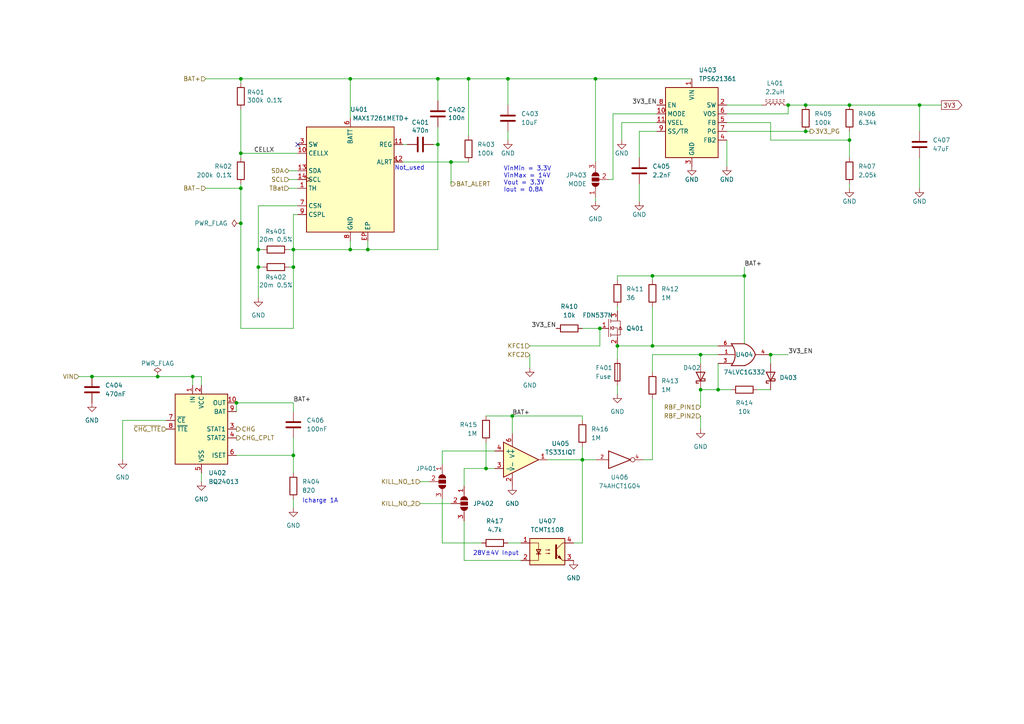
<source format=kicad_sch>
(kicad_sch (version 20211123) (generator eeschema)
  (paper "A4")
  (lib_symbols
    (symbol "74xGxx:74AHCT1G04" (pin_names (offset 1.016))
      (property "Reference" "U" (at -2.54 3.81 0))
      (property "Value" "74AHCT1G04" (at 0 -3.81 0))
      (symbol "74AHCT1G04_0_1"
        (polyline (pts (xy -3.81 2.54) (xy -3.81 -2.54) (xy 2.54 0) (xy -3.81 2.54)) (stroke (width 0.254)))
      )
      (symbol "74AHCT1G04_1_1"
        (pin input line (at -7.62 0 0) (length 3.81) (name "~") (number "2"))
        (pin power_in line (at 0 -2.54 270) (length 0) hide (name "GND") (number "3"))
        (pin output inverted (at 6.35 0 180) (length 3.81) (name "~") (number "4"))
        (pin power_in line (at 0 2.54 90) (length 0) hide (name "VCC") (number "5"))
      )
    )
    (symbol "74xGxx:74LVC1G332" (pin_names (offset 1.016))
      (property "Reference" "U" (at -2.54 5.08 0))
      (property "Value" "74LVC1G332" (at 0 -5.08 0))
      (symbol "74LVC1G332_0_1"
        (arc (start -3.81 -3.175) (mid -2.6605 0) (end -3.81 3.175) (stroke (width 0.254)))
        (arc (start 0 -3.175) (mid 1.9989 -1.9989) (end 3.175 0) (stroke (width 0.254)))
        (polyline (pts (xy 0 -3.175) (xy -3.81 -3.175)) (stroke (width 0.254)))
        (polyline (pts (xy 0 3.175) (xy -3.81 3.175)) (stroke (width 0.254)))
        (arc (start 3.175 0) (mid 1.9989 1.9989) (end 0 3.175) (stroke (width 0.254)))
      )
      (symbol "74LVC1G332_1_1"
        (pin input line (at -7.62 0 0) (length 4.826) (name "~") (number "1"))
        (pin power_in line (at 0 -3.175 270) (length 0) hide (name "GND") (number "2"))
        (pin input line (at -7.62 -2.54 0) (length 4.191) (name "~") (number "3"))
        (pin output line (at 7.62 0 180) (length 4.445) (name "~") (number "4"))
        (pin power_in line (at 0 3.175 90) (length 0) hide (name "VCC") (number "5"))
        (pin input line (at -7.62 2.54 0) (length 4.191) (name "~") (number "6"))
      )
    )
    (symbol "Battery_Management:BQ24013"
      (property "Reference" "U" (at -7.62 12.7 0))
      (property "Value" "BQ24013" (at 7.62 12.7 0))
      (symbol "BQ24013_0_1"
        (rectangle (start -7.62 10.16) (end 7.62 -10.16) (stroke (width 0.254)) (fill (type background)))
      )
      (symbol "BQ24013_1_1"
        (pin power_in line (at -2.54 12.7 270) (length 2.54) (name "IN") (number "1"))
        (pin power_out line (at 10.16 7.62 180) (length 2.54) (name "OUT") (number "10"))
        (pin passive line (at 0 -12.7 90) (length 2.54) hide (name "VSS") (number "11"))
        (pin power_in line (at 0 12.7 270) (length 2.54) (name "VCC") (number "2"))
        (pin open_collector line (at 10.16 0 180) (length 2.54) (name "STAT1") (number "3"))
        (pin open_collector line (at 10.16 -2.54 180) (length 2.54) (name "STAT2") (number "4"))
        (pin power_in line (at 0 -12.7 90) (length 2.54) (name "VSS") (number "5"))
        (pin output line (at 10.16 -7.62 180) (length 2.54) (name "ISET") (number "6"))
        (pin input line (at -10.16 2.54 0) (length 2.54) (name "~{CE}") (number "7"))
        (pin input line (at -10.16 0 0) (length 2.54) (name "~{TTE}") (number "8"))
        (pin input line (at 10.16 5.08 180) (length 2.54) (name "BAT") (number "9"))
      )
    )
    (symbol "Device:C" (pin_numbers hide) (pin_names (offset 0.254))
      (property "Reference" "C" (at 0.635 2.54 0))
      (property "Value" "C" (at 0.635 -2.54 0))
      (symbol "C_0_1"
        (polyline (pts (xy -2.032 -0.762) (xy 2.032 -0.762)) (stroke (width 0.508)))
        (polyline (pts (xy -2.032 0.762) (xy 2.032 0.762)) (stroke (width 0.508)))
      )
      (symbol "C_1_1"
        (pin passive line (at 0 3.81 270) (length 2.794) (name "~") (number "1"))
        (pin passive line (at 0 -3.81 90) (length 2.794) (name "~") (number "2"))
      )
    )
    (symbol "Device:Fuse" (pin_numbers hide) (pin_names (offset 0))
      (property "Reference" "F" (at 2.032 0 90))
      (property "Value" "Fuse" (at -1.905 0 90))
      (symbol "Fuse_0_1"
        (rectangle (start -0.762 -2.54) (end 0.762 2.54) (stroke (width 0.254)))
        (polyline (pts (xy 0 2.54) (xy 0 -2.54)))
      )
      (symbol "Fuse_1_1"
        (pin passive line (at 0 3.81 270) (length 1.27) (name "~") (number "1"))
        (pin passive line (at 0 -3.81 90) (length 1.27) (name "~") (number "2"))
      )
    )
    (symbol "Device:L_Ferrite" (pin_numbers hide) (pin_names (offset 1.016) hide)
      (property "Reference" "L" (at -1.27 0 90))
      (property "Value" "L_Ferrite" (at 2.794 0 90))
      (symbol "L_Ferrite_0_1"
        (arc (start 0 -2.54) (mid 0.635 -1.905) (end 0 -1.27))
        (arc (start 0 -1.27) (mid 0.635 -0.635) (end 0 0))
        (polyline (pts (xy 1.016 -2.794) (xy 1.016 -2.286)))
        (polyline (pts (xy 1.016 -1.778) (xy 1.016 -1.27)))
        (polyline (pts (xy 1.016 -0.762) (xy 1.016 -0.254)))
        (polyline (pts (xy 1.016 0.254) (xy 1.016 0.762)))
        (polyline (pts (xy 1.016 1.27) (xy 1.016 1.778)))
        (polyline (pts (xy 1.016 2.286) (xy 1.016 2.794)))
        (polyline (pts (xy 1.524 -2.286) (xy 1.524 -2.794)))
        (polyline (pts (xy 1.524 -1.27) (xy 1.524 -1.778)))
        (polyline (pts (xy 1.524 -0.254) (xy 1.524 -0.762)))
        (polyline (pts (xy 1.524 0.762) (xy 1.524 0.254)))
        (polyline (pts (xy 1.524 1.778) (xy 1.524 1.27)))
        (polyline (pts (xy 1.524 2.794) (xy 1.524 2.286)))
        (arc (start 0 0) (mid 0.635 0.635) (end 0 1.27))
        (arc (start 0 1.27) (mid 0.635 1.905) (end 0 2.54))
      )
      (symbol "L_Ferrite_1_1"
        (pin passive line (at 0 3.81 270) (length 1.27) (name "1") (number "1"))
        (pin passive line (at 0 -3.81 90) (length 1.27) (name "2") (number "2"))
      )
    )
    (symbol "Device:R" (pin_numbers hide) (pin_names (offset 0))
      (property "Reference" "R" (at 2.032 0 90))
      (property "Value" "R" (at 0 0 90))
      (symbol "R_0_1"
        (rectangle (start -1.016 -2.54) (end 1.016 2.54) (stroke (width 0.254)))
      )
      (symbol "R_1_1"
        (pin passive line (at 0 3.81 270) (length 1.27) (name "~") (number "1"))
        (pin passive line (at 0 -3.81 90) (length 1.27) (name "~") (number "2"))
      )
    )
    (symbol "Isolator:TCMT1108" (pin_names (offset 1.016))
      (property "Reference" "U" (at 0 5.08 0))
      (property "Value" "TCMT1108" (at 0 -5.08 0))
      (symbol "TCMT1108_1_1"
        (rectangle (start -5.08 3.81) (end 5.08 -3.81) (stroke (width 0.254)) (fill (type background)))
        (polyline (pts (xy -3.175 -0.635) (xy -1.905 -0.635)) (stroke (width 0.254)))
        (polyline (pts (xy 2.54 0.635) (xy 4.445 2.54)))
        (polyline (pts (xy 4.445 -2.54) (xy 2.54 -0.635)) (fill (type outline)))
        (polyline (pts (xy 4.445 -2.54) (xy 5.08 -2.54)))
        (polyline (pts (xy 4.445 2.54) (xy 5.08 2.54)))
        (polyline (pts (xy -2.54 -0.635) (xy -2.54 -2.54) (xy -5.08 -2.54)))
        (polyline (pts (xy 2.54 1.905) (xy 2.54 -1.905) (xy 2.54 -1.905)) (stroke (width 0.508)))
        (polyline (pts (xy -5.08 2.54) (xy -2.54 2.54) (xy -2.54 -1.27) (xy -2.54 0.635)))
        (polyline (pts (xy -2.54 -0.635) (xy -3.175 0.635) (xy -1.905 0.635) (xy -2.54 -0.635)) (stroke (width 0.254)))
        (polyline (pts (xy -0.508 -0.508) (xy 0.762 -0.508) (xy 0.381 -0.635) (xy 0.381 -0.381) (xy 0.762 -0.508)))
        (polyline (pts (xy -0.508 0.508) (xy 0.762 0.508) (xy 0.381 0.381) (xy 0.381 0.635) (xy 0.762 0.508)))
        (polyline (pts (xy 3.048 -1.651) (xy 3.556 -1.143) (xy 4.064 -2.159) (xy 3.048 -1.651) (xy 3.048 -1.651)) (fill (type outline)))
        (pin passive line (at -7.62 2.54 0) (length 2.54) (name "~") (number "1"))
        (pin passive line (at -7.62 -2.54 0) (length 2.54) (name "~") (number "2"))
        (pin passive line (at 7.62 -2.54 180) (length 2.54) (name "~") (number "3"))
        (pin passive line (at 7.62 2.54 180) (length 2.54) (name "~") (number "4"))
      )
    )
    (symbol "Jumper:SolderJumper_3_Open" (pin_names (offset 0) hide)
      (property "Reference" "JP" (at -2.54 -2.54 0))
      (property "Value" "SolderJumper_3_Open" (at 0 2.794 0))
      (symbol "SolderJumper_3_Open_0_1"
        (arc (start -1.016 1.016) (mid -2.032 0) (end -1.016 -1.016))
        (arc (start -1.016 1.016) (mid -2.032 0) (end -1.016 -1.016) (fill (type outline)))
        (rectangle (start -0.508 1.016) (end 0.508 -1.016) (fill (type outline)))
        (polyline (pts (xy -2.54 0) (xy -2.032 0)))
        (polyline (pts (xy -1.016 1.016) (xy -1.016 -1.016)))
        (polyline (pts (xy 0 -1.27) (xy 0 -1.016)))
        (polyline (pts (xy 1.016 1.016) (xy 1.016 -1.016)))
        (polyline (pts (xy 2.54 0) (xy 2.032 0)))
        (arc (start 1.016 -1.016) (mid 2.032 0) (end 1.016 1.016))
        (arc (start 1.016 -1.016) (mid 2.032 0) (end 1.016 1.016) (fill (type outline)))
      )
      (symbol "SolderJumper_3_Open_1_1"
        (pin passive line (at -5.08 0 0) (length 2.54) (name "A") (number "1"))
        (pin passive line (at 0 -3.81 90) (length 2.54) (name "C") (number "2"))
        (pin passive line (at 5.08 0 180) (length 2.54) (name "B") (number "3"))
      )
    )
    (symbol "lsf-kicad:CDBU40-HF" (pin_numbers hide) (pin_names hide)
      (property "Reference" "D" (at 0.3175 6.35 0))
      (property "Value" "CDBU40-HF" (at 0.3175 3.81 0))
      (symbol "CDBU40-HF_0_1"
        (polyline (pts (xy 1.27 0) (xy -1.27 0)))
        (polyline (pts (xy 1.27 1.27) (xy 1.27 -1.27) (xy -1.27 0) (xy 1.27 1.27)) (stroke (width 0.254)))
        (polyline (pts (xy -1.905 0.635) (xy -1.905 1.27) (xy -1.27 1.27) (xy -1.27 -1.27) (xy -0.635 -1.27) (xy -0.635 -0.635)) (stroke (width 0.254)))
      )
      (symbol "CDBU40-HF_1_1"
        (pin passive line (at -3.81 0 0) (length 2.54) (name "K") (number "1"))
        (pin passive line (at 3.81 0 180) (length 2.54) (name "A") (number "2"))
      )
    )
    (symbol "lsf-kicad:FDN537N"
      (property "Reference" "Q" (at 3.81 3.81 0))
      (property "Value" "FDN537N" (at 5.08 1.27 0))
      (symbol "FDN537N_0_0"
        (polyline (pts (xy 0.0078 2.6609) (xy 0.0078 -2.4191)))
        (polyline (pts (xy 0.592 -1.4031) (xy 0.592 -2.4191)))
        (polyline (pts (xy 0.592 0.6289) (xy 0.592 -0.3871)))
        (polyline (pts (xy 0.592 2.6609) (xy 0.592 1.6449)))
        (polyline (pts (xy 3.64 0.3749) (xy 3.132 0.3749)))
        (polyline (pts (xy 0.592 -1.9111) (xy 3.386 -1.9111) (xy 3.386 2.1529) (xy 0.592 2.1529)))
        (polyline (pts (xy 0.592 0.1209) (xy 1.3794 -0.3871) (xy 1.3794 0.6289) (xy 0.592 0.1209)) (stroke (width 0.1524)))
        (polyline (pts (xy 3.386 0.4511) (xy 2.878 -0.3363) (xy 3.894 -0.3363) (xy 3.386 0.4511)) (stroke (width 0.1524)))
      )
      (symbol "FDN537N_0_1"
        (polyline (pts (xy 2.54 2.54) (xy 2.54 2.1844)))
        (polyline (pts (xy 2.54 -2.54) (xy 2.54 0.1524) (xy 1.4224 0.1524)))
      )
      (symbol "FDN537N_1_1"
        (pin input line (at -2.54 0 0) (length 2.54) (name "") (number "1"))
        (pin passive line (at 2.54 -5.08 90) (length 2.54) (name "") (number "2"))
        (pin passive line (at 2.54 5.08 270) (length 2.54) (name "") (number "3"))
      )
    )
    (symbol "lsf-kicad:MAX17261METD+"
      (property "Reference" "U" (at 0 5.08 0))
      (property "Value" "MAX17261METD+" (at 0 1.27 0))
      (symbol "MAX17261METD+_0_1"
        (rectangle (start -12.7 15.24) (end 12.7 -15.24) (stroke (width 0.254)) (fill (type background)))
      )
      (symbol "MAX17261METD+_1_1"
        (pin input line (at -15.24 -2.54 0) (length 2.54) (name "TH") (number "1"))
        (pin passive line (at -15.24 7.62 0) (length 2.54) (name "CELLX") (number "10"))
        (pin power_out line (at 15.24 10.16 180) (length 2.54) (name "REG") (number "11"))
        (pin open_collector output_low (at 15.24 5.08 180) (length 2.54) (name "ALRT") (number "12"))
        (pin bidirectional line (at -15.24 2.54 0) (length 2.54) (name "SDA") (number "13"))
        (pin input clock (at -15.24 0 0) (length 2.54) (name "SCL") (number "14"))
        (pin no_connect line (at -10.16 -17.78 90) (length 2.54) hide (name "NC") (number "2"))
        (pin output line (at -15.24 10.16 0) (length 2.54) (name "SW") (number "3"))
        (pin no_connect line (at -7.62 -17.78 90) (length 2.54) hide (name "NC") (number "4"))
        (pin no_connect line (at -5.08 -17.78 90) (length 2.54) hide (name "NC") (number "5"))
        (pin power_in line (at 0 17.78 270) (length 2.54) (name "BATT") (number "6"))
        (pin passive line (at -15.24 -7.62 0) (length 2.54) (name "CSN") (number "7"))
        (pin power_in line (at 0 -17.78 90) (length 2.54) (name "GND") (number "8"))
        (pin passive line (at -15.24 -10.16 0) (length 2.54) (name "CSPL") (number "9"))
        (pin power_in line (at 5.08 -17.78 90) (length 2.54) (name "EP") (number "EP"))
      )
    )
    (symbol "lsf-kicad:TPS62136x"
      (property "Reference" "U403" (at 2.0194 15.24 0))
      (property "Value" "TPS62136x" (at 2.0194 12.7 0))
      (symbol "TPS62136x_0_1"
        (rectangle (start -7.62 10.16) (end 7.62 -10.16) (stroke (width 0.254)) (fill (type background)))
      )
      (symbol "TPS62136x_1_1"
        (pin power_in line (at 0 12.7 270) (length 2.54) (name "VIN") (number "1"))
        (pin input line (at -10.16 2.54 0) (length 2.54) (name "MODE") (number "10"))
        (pin input line (at -10.16 0 0) (length 2.54) (name "VSEL") (number "11"))
        (pin passive line (at 10.16 5.08 180) (length 2.54) (name "SW") (number "2"))
        (pin power_in line (at 0 -12.7 90) (length 2.54) (name "GND") (number "3"))
        (pin power_in line (at 10.16 -5.08 180) (length 2.54) (name "FB2") (number "4"))
        (pin input line (at 10.16 0 180) (length 2.54) (name "FB") (number "5"))
        (pin input line (at 10.16 2.54 180) (length 2.54) (name "VOS") (number "6"))
        (pin open_collector line (at 10.16 -2.54 180) (length 2.54) (name "PG") (number "7"))
        (pin input line (at -10.16 5.08 0) (length 2.54) (name "EN") (number "8"))
        (pin input line (at -10.16 -2.54 0) (length 2.54) (name "SS/TR") (number "9"))
      )
    )
    (symbol "lsf-kicad:TS331IQT"
      (property "Reference" "U?" (at 8.89 4.699 0))
      (property "Value" "TS331IQT" (at 8.89 2.159 0))
      (symbol "TS331IQT_0_0"
        (pin no_connect line (at 0 -5.08 90) (length 2.54) hide (name "NC") (number "5"))
      )
      (symbol "TS331IQT_0_1"
        (polyline (pts (xy -5.08 5.08) (xy 5.08 0) (xy -5.08 -5.08) (xy -5.08 5.08)) (stroke (width 0.254)) (fill (type background)))
      )
      (symbol "TS331IQT_1_1"
        (pin open_collector line (at 7.62 0 180) (length 2.54) (name "~") (number "1"))
        (pin power_in line (at -2.54 -7.62 90) (length 3.81) (name "V-") (number "2"))
        (pin input line (at -7.62 -2.54 0) (length 2.54) (name "-") (number "3"))
        (pin input line (at -7.62 2.54 0) (length 2.54) (name "+") (number "4"))
        (pin power_in line (at -2.54 7.62 270) (length 3.81) (name "V+") (number "6"))
      )
    )
    (symbol "power:GND" (power) (pin_names (offset 0))
      (property "Value" "GND" (at 0 -3.81 0))
      (symbol "GND_0_1"
        (polyline (pts (xy 0 0) (xy 0 -1.27) (xy 1.27 -1.27) (xy 0 -2.54) (xy -1.27 -1.27) (xy 0 -1.27)))
      )
      (symbol "GND_1_1"
        (pin power_in line (at 0 0 270) (length 0) hide (name "GND") (number "1"))
      )
    )
    (symbol "power:PWR_FLAG" (power) (pin_numbers hide) (pin_names (offset 0) hide)
      (property "Value" "PWR_FLAG" (at 0 3.81 0))
      (symbol "PWR_FLAG_0_0"
        (pin power_out line (at 0 0 90) (length 0) (name "pwr") (number "1"))
      )
      (symbol "PWR_FLAG_0_1"
        (polyline (pts (xy 0 0) (xy 0 1.27) (xy -1.016 1.905) (xy 0 2.54) (xy 1.016 1.905) (xy 0 1.27)))
      )
    )
  )
  (junction (at 68.58 116.84))
  (junction (at 140.97 135.89))
  (junction (at 101.6 22.86))
  (junction (at 55.88 109.22))
  (junction (at 74.93 72.39))
  (junction (at 189.23 80.01))
  (junction (at 189.23 100.33))
  (junction (at 203.2 113.03))
  (junction (at 135.89 22.86))
  (junction (at 69.85 22.86))
  (junction (at 233.68 38.1))
  (junction (at 148.59 120.65))
  (junction (at 246.38 30.48))
  (junction (at 45.72 109.22))
  (junction (at 85.09 77.47))
  (junction (at 85.09 132.08))
  (junction (at 203.2 102.87))
  (junction (at 233.68 30.48))
  (junction (at 69.85 44.45))
  (junction (at 147.32 22.86))
  (junction (at 246.38 40.64))
  (junction (at 26.67 109.22))
  (junction (at 69.85 54.61))
  (junction (at 85.09 72.39))
  (junction (at 173.99 95.25))
  (junction (at 223.52 102.87))
  (junction (at 266.7 30.48))
  (junction (at 208.28 113.03))
  (junction (at 130.81 46.99))
  (junction (at 74.93 77.47))
  (junction (at 168.91 133.35))
  (junction (at 127 22.86))
  (junction (at 215.9 80.01))
  (junction (at 101.6 72.39))
  (junction (at 179.07 100.33))
  (junction (at 106.68 72.39))
  (junction (at 172.72 22.86))
  (junction (at 228.6 30.48))
  (junction (at 69.85 64.77))
  (junction (at 127 41.91))
  (no_connect (at 86.36 41.91))
  (wire (pts (xy 168.91 133.35) (xy 172.72 133.35)))
  (wire (pts (xy 203.2 102.87) (xy 208.28 102.87)))
  (wire (pts (xy 223.52 40.64) (xy 246.38 40.64)))
  (wire (pts (xy 140.97 120.65) (xy 148.59 120.65)))
  (wire (pts (xy 85.09 127) (xy 85.09 132.08)))
  (wire (pts (xy 186.69 133.35) (xy 189.23 133.35)))
  (wire (pts (xy 101.6 34.29) (xy 101.6 22.86)))
  (wire (pts (xy 189.23 80.01) (xy 189.23 81.28)))
  (wire (pts (xy 45.72 109.22) (xy 55.88 109.22)))
  (wire (pts (xy 128.27 130.81) (xy 128.27 134.62)))
  (wire (pts (xy 101.6 69.85) (xy 101.6 72.39)))
  (wire (pts (xy 85.09 137.16) (xy 85.09 132.08)))
  (wire (pts (xy 127 41.91) (xy 127 72.39)))
  (wire (pts (xy 246.38 30.48) (xy 233.68 30.48)))
  (wire (pts (xy 69.85 44.45) (xy 69.85 45.72)))
  (wire (pts (xy 85.09 116.84) (xy 85.09 119.38)))
  (wire (pts (xy 233.68 38.1) (xy 210.82 38.1)))
  (wire (pts (xy 179.07 100.33) (xy 179.07 104.14)))
  (wire (pts (xy 69.85 64.77) (xy 69.85 95.25)))
  (wire (pts (xy 228.6 33.02) (xy 228.6 30.48)))
  (wire (pts (xy 86.36 59.69) (xy 74.93 59.69)))
  (wire (pts (xy 69.85 54.61) (xy 69.85 53.34)))
  (wire (pts (xy 203.2 120.65) (xy 203.2 124.46)))
  (wire (pts (xy 215.9 77.47) (xy 215.9 80.01)))
  (wire (pts (xy 127 41.91) (xy 125.73 41.91)))
  (wire (pts (xy 134.62 135.89) (xy 140.97 135.89)))
  (wire (pts (xy 106.68 72.39) (xy 127 72.39)))
  (wire (pts (xy 168.91 95.25) (xy 173.99 95.25)))
  (wire (pts (xy 189.23 88.9) (xy 189.23 100.33)))
  (wire (pts (xy 173.99 100.33) (xy 173.99 95.25)))
  (wire (pts (xy 234.95 38.1) (xy 233.68 38.1)))
  (wire (pts (xy 85.09 132.08) (xy 68.58 132.08)))
  (wire (pts (xy 59.69 22.86) (xy 69.85 22.86)))
  (wire (pts (xy 179.07 100.33) (xy 189.23 100.33)))
  (wire (pts (xy 210.82 30.48) (xy 220.98 30.48)))
  (wire (pts (xy 134.62 135.89) (xy 134.62 140.97)))
  (wire (pts (xy 246.38 54.61) (xy 246.38 53.34)))
  (wire (pts (xy 177.8 52.07) (xy 176.53 52.07)))
  (wire (pts (xy 147.32 157.48) (xy 151.13 157.48)))
  (wire (pts (xy 121.92 139.7) (xy 124.46 139.7)))
  (wire (pts (xy 58.42 109.22) (xy 58.42 111.76)))
  (wire (pts (xy 83.82 52.07) (xy 86.36 52.07)))
  (wire (pts (xy 55.88 109.22) (xy 58.42 109.22)))
  (wire (pts (xy 215.9 80.01) (xy 215.9 99.695)))
  (wire (pts (xy 86.36 62.23) (xy 85.09 62.23)))
  (wire (pts (xy 101.6 22.86) (xy 127 22.86)))
  (wire (pts (xy 116.84 41.91) (xy 118.11 41.91)))
  (wire (pts (xy 74.93 77.47) (xy 74.93 86.36)))
  (wire (pts (xy 246.38 40.64) (xy 246.38 38.1)))
  (wire (pts (xy 55.88 109.22) (xy 55.88 111.76)))
  (wire (pts (xy 135.89 22.86) (xy 135.89 39.37)))
  (wire (pts (xy 69.85 54.61) (xy 69.85 64.77)))
  (wire (pts (xy 76.2 77.47) (xy 74.93 77.47)))
  (wire (pts (xy 128.27 130.81) (xy 143.51 130.81)))
  (wire (pts (xy 208.28 113.03) (xy 208.28 105.41)))
  (wire (pts (xy 69.85 22.86) (xy 69.85 24.13)))
  (wire (pts (xy 168.91 129.54) (xy 168.91 133.35)))
  (wire (pts (xy 127 22.86) (xy 135.89 22.86)))
  (wire (pts (xy 86.36 54.61) (xy 83.82 54.61)))
  (wire (pts (xy 130.81 46.99) (xy 130.81 53.34)))
  (wire (pts (xy 189.23 133.35) (xy 189.23 115.57)))
  (wire (pts (xy 69.85 95.25) (xy 85.09 95.25)))
  (wire (pts (xy 189.23 80.01) (xy 215.9 80.01)))
  (wire (pts (xy 106.68 72.39) (xy 101.6 72.39)))
  (wire (pts (xy 147.32 30.48) (xy 147.32 22.86)))
  (wire (pts (xy 69.85 31.75) (xy 69.85 44.45)))
  (wire (pts (xy 177.8 33.02) (xy 177.8 52.07)))
  (wire (pts (xy 203.2 113.03) (xy 203.2 118.11)))
  (wire (pts (xy 35.56 121.92) (xy 35.56 133.35)))
  (wire (pts (xy 116.84 46.99) (xy 130.81 46.99)))
  (wire (pts (xy 128.27 157.48) (xy 139.7 157.48)))
  (wire (pts (xy 153.67 100.33) (xy 173.99 100.33)))
  (wire (pts (xy 166.37 157.48) (xy 168.91 157.48)))
  (wire (pts (xy 185.42 53.34) (xy 185.42 58.42)))
  (wire (pts (xy 210.82 40.64) (xy 210.82 48.26)))
  (wire (pts (xy 130.81 46.99) (xy 135.89 46.99)))
  (wire (pts (xy 147.32 22.86) (xy 172.72 22.86)))
  (wire (pts (xy 210.82 33.02) (xy 228.6 33.02)))
  (wire (pts (xy 134.62 162.56) (xy 151.13 162.56)))
  (wire (pts (xy 189.23 107.95) (xy 189.23 102.87)))
  (wire (pts (xy 223.52 35.56) (xy 223.52 40.64)))
  (wire (pts (xy 35.56 121.92) (xy 48.26 121.92)))
  (wire (pts (xy 179.07 111.76) (xy 179.07 114.3)))
  (wire (pts (xy 172.72 22.86) (xy 200.66 22.86)))
  (wire (pts (xy 168.91 121.92) (xy 168.91 120.65)))
  (wire (pts (xy 83.82 49.53) (xy 86.36 49.53)))
  (wire (pts (xy 26.67 109.22) (xy 45.72 109.22)))
  (wire (pts (xy 134.62 151.13) (xy 134.62 162.56)))
  (wire (pts (xy 106.68 69.85) (xy 106.68 72.39)))
  (wire (pts (xy 179.07 88.9) (xy 179.07 90.17)))
  (wire (pts (xy 74.93 77.47) (xy 74.93 72.39)))
  (wire (pts (xy 59.69 54.61) (xy 69.85 54.61)))
  (wire (pts (xy 22.86 109.22) (xy 26.67 109.22)))
  (wire (pts (xy 203.2 113.03) (xy 208.28 113.03)))
  (wire (pts (xy 68.58 116.84) (xy 68.58 119.38)))
  (wire (pts (xy 210.82 35.56) (xy 223.52 35.56)))
  (wire (pts (xy 223.52 105.41) (xy 223.52 102.87)))
  (wire (pts (xy 246.38 30.48) (xy 266.7 30.48)))
  (wire (pts (xy 180.34 35.56) (xy 190.5 35.56)))
  (wire (pts (xy 127 41.91) (xy 127 36.83)))
  (wire (pts (xy 135.89 22.86) (xy 147.32 22.86)))
  (wire (pts (xy 189.23 102.87) (xy 203.2 102.87)))
  (wire (pts (xy 190.5 38.1) (xy 185.42 38.1)))
  (wire (pts (xy 172.72 57.15) (xy 172.72 58.42)))
  (wire (pts (xy 74.93 72.39) (xy 76.2 72.39)))
  (wire (pts (xy 179.07 80.01) (xy 189.23 80.01)))
  (wire (pts (xy 68.58 116.84) (xy 85.09 116.84)))
  (wire (pts (xy 168.91 157.48) (xy 168.91 133.35)))
  (wire (pts (xy 233.68 30.48) (xy 228.6 30.48)))
  (wire (pts (xy 189.23 100.33) (xy 208.28 100.33)))
  (wire (pts (xy 85.09 72.39) (xy 101.6 72.39)))
  (wire (pts (xy 85.09 62.23) (xy 85.09 72.39)))
  (wire (pts (xy 153.67 102.87) (xy 153.67 106.68)))
  (wire (pts (xy 266.7 30.48) (xy 273.05 30.48)))
  (wire (pts (xy 140.97 128.27) (xy 140.97 135.89)))
  (wire (pts (xy 85.09 95.25) (xy 85.09 77.47)))
  (wire (pts (xy 69.85 44.45) (xy 86.36 44.45)))
  (wire (pts (xy 147.32 40.64) (xy 147.32 38.1)))
  (wire (pts (xy 246.38 40.64) (xy 246.38 45.72)))
  (wire (pts (xy 266.7 54.61) (xy 266.7 45.72)))
  (wire (pts (xy 179.07 80.01) (xy 179.07 81.28)))
  (wire (pts (xy 223.52 102.87) (xy 228.6 102.87)))
  (wire (pts (xy 219.71 113.03) (xy 223.52 113.03)))
  (wire (pts (xy 121.92 146.05) (xy 130.81 146.05)))
  (wire (pts (xy 180.34 35.56) (xy 180.34 40.64)))
  (wire (pts (xy 168.91 120.65) (xy 148.59 120.65)))
  (wire (pts (xy 85.09 147.32) (xy 85.09 144.78)))
  (wire (pts (xy 58.42 137.16) (xy 58.42 139.7)))
  (wire (pts (xy 74.93 59.69) (xy 74.93 72.39)))
  (wire (pts (xy 190.5 33.02) (xy 177.8 33.02)))
  (wire (pts (xy 208.28 113.03) (xy 212.09 113.03)))
  (wire (pts (xy 127 29.21) (xy 127 22.86)))
  (wire (pts (xy 203.2 102.87) (xy 203.2 105.41)))
  (wire (pts (xy 101.6 22.86) (xy 69.85 22.86)))
  (wire (pts (xy 128.27 144.78) (xy 128.27 157.48)))
  (wire (pts (xy 85.09 72.39) (xy 85.09 77.47)))
  (wire (pts (xy 85.09 77.47) (xy 83.82 77.47)))
  (wire (pts (xy 185.42 38.1) (xy 185.42 45.72)))
  (wire (pts (xy 148.59 120.65) (xy 148.59 125.73)))
  (wire (pts (xy 172.72 22.86) (xy 172.72 46.99)))
  (wire (pts (xy 83.82 72.39) (xy 85.09 72.39)))
  (wire (pts (xy 140.97 135.89) (xy 143.51 135.89)))
  (wire (pts (xy 158.75 133.35) (xy 168.91 133.35)))
  (wire (pts (xy 266.7 30.48) (xy 266.7 38.1)))
  (text "28V±4V Input" (at 137.16 161.29 0) (effects (font (size 1.27 1.27)) (justify left bottom)))
  (text "Not_used" (at 123.19 49.53 180) (effects (font (size 1.27 1.27)) (justify right bottom)))
  (text "Icharge 1A" (at 87.63 146.05 0) (effects (font (size 1.27 1.27)) (justify left bottom)))
  (text "VinMin = 3.3V\nVinMax = 14V\nVout = 3.3V\nIout = 0.8A" (at 146.05 55.88 0) (effects (font (size 1.27 1.27)) (justify left bottom)))
  (label "BAT+" (at 215.9 77.47 0))
  (label "3V3_EN" (at 190.5 30.48 180))
  (label "3V3_EN" (at 161.29 95.25 180))
  (label "BAT+" (at 85.09 116.84 0))
  (label "BAT+" (at 148.59 120.65 0))
  (label "3V3_EN" (at 228.6 102.87 0))
  (label "CELLX" (at 73.66 44.45 0))
  (global_label "3V3" (shape output) (at 273.05 30.48 0) (property "Intersheet References" "${INTERSHEET_REFS}" (effects hide)))
  (hierarchical_label "KFC2" (shape input) (at 153.67 102.87 180))
  (hierarchical_label "RBF_PIN2" (shape input) (at 203.2 120.65 180))
  (hierarchical_label "KILL_NO_2" (shape input) (at 121.92 146.05 180))
  (hierarchical_label "BAT+" (shape input) (at 59.69 22.86 180))
  (hierarchical_label "RBF_PIN1" (shape input) (at 203.2 118.11 180))
  (hierarchical_label "~{CHG_TTE}" (shape input) (at 48.26 124.46 180))
  (hierarchical_label "SDA" (shape bidirectional) (at 83.82 49.53 180))
  (hierarchical_label "3V3_PG" (shape output) (at 234.95 38.1 0))
  (hierarchical_label "TBat" (shape input) (at 83.82 54.61 180))
  (hierarchical_label "VIN" (shape input) (at 22.86 109.22 180))
  (hierarchical_label "CHG" (shape output) (at 68.58 124.46 0))
  (hierarchical_label "KFC1" (shape input) (at 153.67 100.33 180))
  (hierarchical_label "CHG_CPLT" (shape output) (at 68.58 127 0))
  (hierarchical_label "SCL" (shape input) (at 83.82 52.07 180))
  (hierarchical_label "BAT-" (shape input) (at 59.69 54.61 180))
  (hierarchical_label "BAT_ALERT" (shape output) (at 130.81 53.34 0))
  (hierarchical_label "KILL_NO_1" (shape input) (at 121.92 139.7 180))
  (symbol (lib_id "Isolator:TCMT1108") (at 158.75 160.02 0) (unit 1)
    (property "Reference" "U407" (at 158.75 151.13 0))
    (property "Value" "TCMT1108" (at 158.75 153.67 0))
    (property "Footprint" "Package_SO:SOP-4_4.4x2.6mm_P1.27mm" (effects hide))
    (property "Datasheet" "http://www.vishay.com/docs/83510/tcmt1100.pdf" (effects hide))
    (property "Part Number" "TCMT1108" (effects hide))
  )
  (symbol (lib_id "lsf-kicad:TPS62136x") (at 200.66 35.56 0) (unit 1)
    (property "Reference" "U403" (at 202.6794 20.32 0) (effects (justify left)))
    (property "Value" "TPS621361" (at 202.6794 22.86 0) (effects (justify left)))
    (property "Footprint" "lsf-kicad-lib:Texas_RGX0011A" (effects hide))
    (property "Datasheet" "https://www.ti.com/lit/ds/symlink/tps62136.pdf" (effects hide))
    (property "Part Number" "TPS621361RGXR" (effects hide))
  )
  (symbol (lib_id "Device:R") (at 168.91 125.73 0) (unit 1)
    (property "Reference" "R416" (at 171.45 124.4599 0) (effects (justify left)))
    (property "Value" "1M" (at 171.45 126.9999 0) (effects (justify left)))
    (property "Footprint" "Resistor_SMD:R_0402_1005Metric" (effects hide))
    (property "Part Number" "ASC0402-1M0FT10" (effects hide))
  )
  (symbol (lib_id "power:GND") (at 179.07 114.3 0) (unit 1)
    (property "Reference" "#PWR0117" (effects hide))
    (property "Value" "GND" (at 179.07 119.38 0))
  )
  (symbol (lib_id "Device:C") (at 185.42 49.53 0) (unit 1)
    (property "Reference" "C405" (at 189.23 48.2599 0) (effects (justify left)))
    (property "Value" "2.2nF" (at 189.23 50.7999 0) (effects (justify left)))
    (property "Footprint" "Capacitor_SMD:C_0402_1005Metric" (effects hide))
    (property "Part Number" "GRM155R71E222KA01D" (effects hide))
  )
  (symbol (lib_id "Device:R") (at 85.09 140.97 0) (unit 1)
    (property "Reference" "R404" (at 87.63 139.6999 0) (effects (justify left)))
    (property "Value" "820" (at 87.63 142.2399 0) (effects (justify left)))
    (property "Footprint" "Resistor_SMD:R_0402_1005Metric" (effects hide))
    (property "Part Number" "CR0402-JW-821GLF" (effects hide))
  )
  (symbol (lib_id "Device:C") (at 26.67 113.03 0) (unit 1)
    (property "Reference" "C404" (at 30.48 111.7599 0) (effects (justify left)))
    (property "Value" "470nF" (at 30.48 114.2999 0) (effects (justify left)))
    (property "Footprint" "Capacitor_SMD:C_0402_1005Metric" (effects hide))
    (property "Part Number" "C0402C474K8RACTU" (effects hide))
  )
  (symbol (lib_id "Device:R") (at 189.23 85.09 0) (unit 1)
    (property "Reference" "R412" (at 191.77 83.8199 0) (effects (justify left)))
    (property "Value" "1M" (at 191.77 86.3599 0) (effects (justify left)))
    (property "Footprint" "Resistor_SMD:R_0402_1005Metric" (effects hide))
    (property "Part Number" "ASC0402-1M0FT10" (effects hide))
  )
  (symbol (lib_id "power:GND") (at 180.34 40.64 0) (unit 1)
    (property "Reference" "#PWR0404" (effects hide))
    (property "Value" "GND" (at 180.34 44.45 0))
  )
  (symbol (lib_id "Device:R") (at 80.01 72.39 270) (unit 1)
    (property "Reference" "Rs401" (at 80.01 67.1322 90))
    (property "Value" "20m 0.5%" (at 80.01 69.4436 90))
    (property "Footprint" "Resistor_SMD:R_0402_1005Metric" (effects hide))
    (property "Part Number" "PE0402FRF070R02L" (effects hide))
  )
  (symbol (lib_id "power:GND") (at 148.59 140.97 0) (unit 1)
    (property "Reference" "#PWR0304" (effects hide))
    (property "Value" "GND" (at 148.59 146.05 0))
  )
  (symbol (lib_id "Device:R") (at 140.97 124.46 0) (unit 1)
    (property "Reference" "R415" (at 138.43 123.1899 0) (effects (justify right)))
    (property "Value" "1M" (at 138.43 125.7299 0) (effects (justify right)))
    (property "Footprint" "Resistor_SMD:R_0402_1005Metric" (effects hide))
    (property "Part Number" "ASC0402-1M0FT10" (effects hide))
  )
  (symbol (lib_id "Device:C") (at 85.09 123.19 0) (unit 1)
    (property "Reference" "C406" (at 88.9 121.9199 0) (effects (justify left)))
    (property "Value" "100nF" (at 88.9 124.4599 0) (effects (justify left)))
    (property "Footprint" "Capacitor_SMD:C_0402_1005Metric" (effects hide))
    (property "Part Number" "CC0402KRX7R7BB104" (effects hide))
  )
  (symbol (lib_id "power:GND") (at 153.67 106.68 0) (unit 1)
    (property "Reference" "#PWR0118" (effects hide))
    (property "Value" "GND" (at 153.67 111.76 0))
  )
  (symbol (lib_id "Device:R") (at 189.23 111.76 180) (unit 1)
    (property "Reference" "R413" (at 191.77 110.4899 0) (effects (justify right)))
    (property "Value" "1M" (at 191.77 113.0299 0) (effects (justify right)))
    (property "Footprint" "Resistor_SMD:R_0402_1005Metric" (effects hide))
    (property "Part Number" "ASC0402-1M0FT10" (effects hide))
  )
  (symbol (lib_id "power:PWR_FLAG") (at 45.72 109.22 0) (unit 1)
    (property "Reference" "#FLG0402" (effects hide))
    (property "Value" "PWR_FLAG" (at 45.72 105.41 0))
  )
  (symbol (lib_id "power:GND") (at 166.37 162.56 0) (unit 1)
    (property "Reference" "#PWR0102" (effects hide))
    (property "Value" "GND" (at 166.37 167.64 0))
  )
  (symbol (lib_id "Device:R") (at 233.68 34.29 0) (unit 1)
    (property "Reference" "R405" (at 236.22 33.0199 0) (effects (justify left)))
    (property "Value" "100k" (at 236.22 35.5599 0) (effects (justify left)))
    (property "Footprint" "Resistor_SMD:R_0402_1005Metric" (effects hide))
    (property "Part Number" "ERJ-2RKF1003X" (effects hide))
  )
  (symbol (lib_id "power:GND") (at 185.42 58.42 0) (unit 1)
    (property "Reference" "#PWR0407" (effects hide))
    (property "Value" "GND" (at 185.42 62.23 0))
  )
  (symbol (lib_id "power:GND") (at 58.42 139.7 0) (unit 1)
    (property "Reference" "#PWR0406" (effects hide))
    (property "Value" "GND" (at 58.42 144.78 0))
  )
  (symbol (lib_id "Jumper:SolderJumper_3_Open") (at 172.72 52.07 90) (unit 1)
    (property "Reference" "JP403" (at 170.18 50.7999 90) (effects (justify left)))
    (property "Value" "MODE" (at 170.18 53.3399 90) (effects (justify left)))
    (property "Footprint" "Jumper:SolderJumper-3_P1.3mm_Bridged2Bar12_Pad1.0x1.5mm_NumberLabels" (effects hide))
  )
  (symbol (lib_id "Device:C") (at 266.7 41.91 0) (unit 1)
    (property "Reference" "C407" (at 270.51 40.6399 0) (effects (justify left)))
    (property "Value" "47uF" (at 270.51 43.1799 0) (effects (justify left)))
    (property "Footprint" "Capacitor_SMD:C_1206_3216Metric" (effects hide))
    (property "Datasheet" "https://www.murata.com/en-eu/api/pdfdownloadapi?cate=luCeramicCapacitorsSMD&partno=GRM188R60J226MEA0%23" (effects hide))
    (property "Part Number" "GRM31CR60J476ME19L" (effects hide))
  )
  (symbol (lib_id "Jumper:SolderJumper_3_Open") (at 134.62 146.05 270) (unit 1)
    (property "Reference" "JP402" (at 137.16 146.0499 90) (effects (justify left)))
    (property "Value" "SolderJumper_3_Open" (effects hide))
    (property "Footprint" "Jumper:SolderJumper-3_P1.3mm_Open_Pad1.0x1.5mm_NumberLabels" (effects hide))
  )
  (symbol (lib_id "lsf-kicad:MAX17261METD+") (at 101.6 52.07 0) (unit 1)
    (property "Reference" "U401" (at 104.14 31.75 0))
    (property "Value" "MAX17261METD+" (at 110.49 34.29 0))
    (property "Footprint" "lsf-kicad-lib:TDFN-14-1EP_3x3mm_P0.4mm_EP1.7x2.3mm" (effects hide))
    (property "Datasheet" "https://datasheets.maximintegrated.com/en/ds/MAX17261.pdf" (effects hide))
    (property "Part Number" "MAX17261METD+" (effects hide))
  )
  (symbol (lib_id "Device:R") (at 246.38 49.53 0) (unit 1)
    (property "Reference" "R407" (at 248.92 48.2599 0) (effects (justify left)))
    (property "Value" "2.05k" (at 248.92 50.7999 0) (effects (justify left)))
    (property "Footprint" "Resistor_SMD:R_0402_1005Metric" (effects hide))
    (property "Part Number" "AC0402FR-072K05L" (effects hide))
  )
  (symbol (lib_id "Device:R") (at 179.07 85.09 0) (unit 1)
    (property "Reference" "R411" (at 181.61 83.8199 0) (effects (justify left)))
    (property "Value" "36" (at 181.61 86.3599 0) (effects (justify left)))
    (property "Footprint" "Resistor_SMD:R_0402_1005Metric" (effects hide))
    (property "Part Number" "RC0402JR-0736RL" (effects hide))
  )
  (symbol (lib_id "power:GND") (at 85.09 147.32 0) (unit 1)
    (property "Reference" "#PWR0410" (effects hide))
    (property "Value" "GND" (at 85.09 152.4 0))
  )
  (symbol (lib_id "Device:L_Ferrite") (at 224.79 30.48 90) (unit 1)
    (property "Reference" "L401" (at 224.79 24.13 90))
    (property "Value" "2.2uH" (at 224.79 26.67 90))
    (property "Footprint" "Inductor_SMD:L_Coilcraft_XxL4030" (effects hide))
    (property "Datasheet" "https://gr.mouser.com/datasheet/2/597/xel4030-1223874.pdf" (effects hide))
    (property "Part Number" "XEL4030-222MEC" (effects hide))
  )
  (symbol (lib_id "Device:R") (at 143.51 157.48 90) (unit 1)
    (property "Reference" "R417" (at 143.51 151.13 90))
    (property "Value" "4.7k" (at 143.51 153.67 90))
    (property "Footprint" "Resistor_SMD:R_0402_1005Metric" (effects hide))
    (property "Part Number" "RT0402FRE074K7L" (effects hide))
  )
  (symbol (lib_id "lsf-kicad:FDN537N") (at 176.53 95.25 0) (unit 1)
    (property "Reference" "Q401" (at 181.61 95.25 0) (effects (justify left)))
    (property "Value" "FDN537N" (at 168.91 91.44 0) (effects (justify left)))
    (property "Footprint" "Package_TO_SOT_SMD:SuperSOT-3" (effects hide))
    (property "Datasheet" "https://www.onsemi.com/pub/Collateral/FDN537N-D.pdf" (effects hide))
    (property "Part Number" "FDN537N" (effects hide))
  )
  (symbol (lib_id "power:GND") (at 147.32 40.64 0) (unit 1)
    (property "Reference" "#PWR0402" (effects hide))
    (property "Value" "GND" (at 147.32 44.45 0))
  )
  (symbol (lib_id "lsf-kicad:CDBU40-HF") (at 223.52 109.22 90) (unit 1)
    (property "Reference" "D403" (at 226.06 109.5374 90) (effects (justify right)))
    (property "Value" "CDBU40-HF" (effects hide))
    (property "Footprint" "Diode_SMD:D_0603_1608Metric" (effects hide))
    (property "Datasheet" "https://www.comchiptech.com/admin/files/product/QW-G1012-CDBU40-HF-RevA321692.pdf" (effects hide))
    (property "Part Number" "CDBU40-HF" (effects hide))
  )
  (symbol (lib_id "Device:C") (at 121.92 41.91 90) (unit 1)
    (property "Reference" "C401" (at 121.92 35.5092 90))
    (property "Value" "470n" (at 121.92 37.8206 90))
    (property "Footprint" "Capacitor_SMD:C_0402_1005Metric" (effects hide))
    (property "Part Number" "JMK105B7474KVHF" (effects hide))
  )
  (symbol (lib_id "Jumper:SolderJumper_3_Open") (at 128.27 139.7 270) (unit 1)
    (property "Reference" "JP401" (at 120.65 135.89 90) (effects (justify left)))
    (property "Value" "SolderJumper_3_Open" (effects hide))
    (property "Footprint" "Jumper:SolderJumper-3_P1.3mm_Open_Pad1.0x1.5mm_NumberLabels" (effects hide))
  )
  (symbol (lib_id "Device:C") (at 147.32 34.29 0) (unit 1)
    (property "Reference" "C403" (at 151.13 33.0199 0) (effects (justify left)))
    (property "Value" "10uF" (at 151.13 35.5599 0) (effects (justify left)))
    (property "Footprint" "Capacitor_SMD:C_1206_3216Metric" (effects hide))
    (property "Part Number" "CL31A106KOHNNNF" (effects hide))
  )
  (symbol (lib_id "power:GND") (at 172.72 58.42 0) (unit 1)
    (property "Reference" "#PWR0405" (effects hide))
    (property "Value" "GND" (at 172.72 63.5 0))
  )
  (symbol (lib_id "power:GND") (at 203.2 124.46 0) (unit 1)
    (property "Reference" "#PWR0303" (effects hide))
    (property "Value" "GND" (at 203.2 129.54 0))
  )
  (symbol (lib_id "power:GND") (at 210.82 48.26 0) (unit 1)
    (property "Reference" "#PWR0408" (effects hide))
    (property "Value" "GND" (at 210.82 52.07 0))
  )
  (symbol (lib_id "lsf-kicad:TS331IQT") (at 151.13 133.35 0) (unit 1)
    (property "Reference" "U405" (at 162.56 128.651 0))
    (property "Value" "TS331IQT" (at 162.56 131.191 0))
    (property "Footprint" "Package_DFN_QFN:DFN-6_1.3x1.2mm_P0.4mm" (effects hide))
    (property "Datasheet" "https://www.st.com/resource/en/datasheet/ts332.pdf" (effects hide))
    (property "Part Number" "TS331IQT" (effects hide))
  )
  (symbol (lib_id "Device:R") (at 69.85 49.53 0) (unit 1)
    (property "Reference" "R402" (at 67.31 48.2599 0) (effects (justify right)))
    (property "Value" "200k 0.1%" (at 67.31 50.7999 0) (effects (justify right)))
    (property "Footprint" "Resistor_SMD:R_0402_1005Metric" (effects hide))
    (property "Part Number" "RN73H1ETTP2003B25" (effects hide))
  )
  (symbol (lib_id "Device:R") (at 80.01 77.47 270) (unit 1)
    (property "Reference" "Rs402" (at 80.01 80.391 90))
    (property "Value" "20m 0.5%" (at 80.01 82.7024 90))
    (property "Footprint" "Resistor_SMD:R_0402_1005Metric" (effects hide))
    (property "Part Number" "PE0402FRF070R02L" (effects hide))
  )
  (symbol (lib_id "lsf-kicad:CDBU40-HF") (at 203.2 109.22 90) (unit 1)
    (property "Reference" "D402" (at 198.12 106.68 90) (effects (justify right)))
    (property "Value" "CDBU40-HF" (effects hide))
    (property "Footprint" "Diode_SMD:D_0603_1608Metric" (effects hide))
    (property "Datasheet" "https://www.comchiptech.com/admin/files/product/QW-G1012-CDBU40-HF-RevA321692.pdf" (effects hide))
    (property "Part Number" "CDBU40-HF" (effects hide))
  )
  (symbol (lib_id "74xGxx:74LVC1G332") (at 215.9 102.87 0) (unit 1)
    (property "Reference" "U404" (at 215.9 102.87 0))
    (property "Value" "74LVC1G332" (at 215.9 107.95 0))
    (property "Footprint" "Package_TO_SOT_SMD:SOT-363_SC-70-6" (effects hide))
    (property "Datasheet" "https://www.ti.com/lit/ds/symlink/sn74lvc1g332.pdf" (effects hide))
    (property "Part Number" "74LVC1G332DCKRE4" (effects hide))
  )
  (symbol (lib_id "Device:Fuse") (at 179.07 107.95 0) (unit 1)
    (property "Reference" "F401" (at 172.72 106.68 0) (effects (justify left)))
    (property "Value" "Fuse" (at 172.72 109.22 0) (effects (justify left)))
    (property "Footprint" "Fuse:Fuse_0603_1608Metric" (effects hide))
    (property "Part Number" "F0603G0R02FNTR" (effects hide))
  )
  (symbol (lib_id "Device:R") (at 135.89 43.18 180) (unit 1)
    (property "Reference" "R403" (at 138.43 41.9099 0) (effects (justify right)))
    (property "Value" "100k" (at 138.43 44.4499 0) (effects (justify right)))
    (property "Footprint" "Resistor_SMD:R_0402_1005Metric" (effects hide))
    (property "Part Number" "ERJ-2RKF1003X" (effects hide))
  )
  (symbol (lib_id "Device:R") (at 246.38 34.29 0) (unit 1)
    (property "Reference" "R406" (at 248.92 33.0199 0) (effects (justify left)))
    (property "Value" "6.34k" (at 248.92 35.5599 0) (effects (justify left)))
    (property "Footprint" "Resistor_SMD:R_0402_1005Metric" (effects hide))
    (property "Part Number" "AC0402FR-076K34L" (effects hide))
  )
  (symbol (lib_id "Device:R") (at 69.85 27.94 0) (unit 1)
    (property "Reference" "R401" (at 71.628 26.7716 0) (effects (justify left)))
    (property "Value" "300k 0.1%" (at 71.628 29.083 0) (effects (justify left)))
    (property "Footprint" "Resistor_SMD:R_0402_1005Metric" (effects hide))
    (property "Part Number" "MCS0402MD3003BE000" (effects hide))
  )
  (symbol (lib_id "power:GND") (at 266.7 54.61 0) (unit 1)
    (property "Reference" "#PWR0412" (effects hide))
    (property "Value" "GND" (at 266.7 58.42 0))
  )
  (symbol (lib_id "Device:R") (at 165.1 95.25 90) (unit 1)
    (property "Reference" "R410" (at 165.1 88.9 90))
    (property "Value" "10k" (at 165.1 91.44 90))
    (property "Footprint" "Resistor_SMD:R_0402_1005Metric" (effects hide))
    (property "Part Number" "RC0402JR-1310KL" (effects hide))
  )
  (symbol (lib_id "Device:C") (at 127 33.02 0) (unit 1)
    (property "Reference" "C402" (at 129.921 31.8516 0) (effects (justify left)))
    (property "Value" "100n" (at 129.921 34.163 0) (effects (justify left)))
    (property "Footprint" "Capacitor_SMD:C_0402_1005Metric" (effects hide))
    (property "Part Number" "CGA2B1X7R1C104K050BC" (effects hide))
  )
  (symbol (lib_id "74xGxx:74AHCT1G04") (at 180.34 133.35 0) (unit 1)
    (property "Reference" "U406" (at 179.705 138.43 0))
    (property "Value" "74AHCT1G04" (at 179.705 140.97 0))
    (property "Footprint" "Package_TO_SOT_SMD:TSOT-23-5" (effects hide))
    (property "Datasheet" "http://www.ti.com/lit/sg/scyt129e/scyt129e.pdf" (effects hide))
    (property "Part Number" "74AHCT1G04DBVRG4" (effects hide))
  )
  (symbol (lib_id "Device:R") (at 215.9 113.03 90) (unit 1)
    (property "Reference" "R414" (at 215.9 116.84 90))
    (property "Value" "10k" (at 215.9 119.38 90))
    (property "Footprint" "Resistor_SMD:R_0402_1005Metric" (effects hide))
    (property "Part Number" "RC0402JR-1310KL" (effects hide))
  )
  (symbol (lib_id "Battery_Management:BQ24013") (at 58.42 124.46 0) (unit 1)
    (property "Reference" "U402" (at 60.4394 137.16 0) (effects (justify left)))
    (property "Value" "BQ24013" (at 60.4394 139.7 0) (effects (justify left)))
    (property "Footprint" "Package_SON:Texas_DRC0010J_ThermalVias" (effects hide))
    (property "Datasheet" "http://www.ti.com/lit/ds/symlink/bq24012.pdf" (effects hide))
    (property "Part Number" "BQ24013DRCR" (effects hide))
  )
  (symbol (lib_id "power:PWR_FLAG") (at 69.85 64.77 90) (unit 1)
    (property "Reference" "#FLG0401" (effects hide))
    (property "Value" "PWR_FLAG" (at 66.04 64.7699 90) (effects (justify left)))
  )
  (symbol (lib_id "power:GND") (at 35.56 133.35 0) (unit 1)
    (property "Reference" "#PWR0115" (effects hide))
    (property "Value" "GND" (at 35.56 138.43 0))
  )
  (symbol (lib_id "power:GND") (at 246.38 54.61 0) (unit 1)
    (property "Reference" "#PWR0411" (effects hide))
    (property "Value" "GND" (at 246.38 58.42 0))
  )
  (symbol (lib_id "power:GND") (at 26.67 116.84 0) (unit 1)
    (property "Reference" "#PWR0403" (effects hide))
    (property "Value" "GND" (at 26.67 121.92 0))
  )
  (symbol (lib_id "power:GND") (at 74.93 86.36 0) (unit 1)
    (property "Reference" "#PWR0401" (effects hide))
    (property "Value" "GND" (at 74.93 91.44 0))
  )
  (symbol (lib_id "power:GND") (at 200.66 48.26 0) (unit 1)
    (property "Reference" "#PWR0409" (effects hide))
    (property "Value" "GND" (at 200.66 52.07 0))
  )
)
</source>
